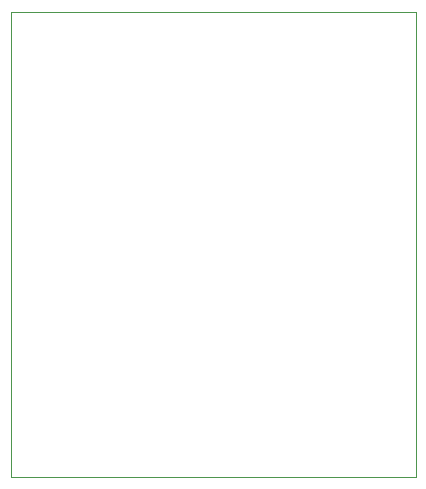
<source format=gbr>
%TF.GenerationSoftware,KiCad,Pcbnew,(6.0.11-0)*%
%TF.CreationDate,2023-01-30T19:10:04-05:00*%
%TF.ProjectId,Nano-Breakout,4e616e6f-2d42-4726-9561-6b6f75742e6b,1.0.0*%
%TF.SameCoordinates,Original*%
%TF.FileFunction,Profile,NP*%
%FSLAX46Y46*%
G04 Gerber Fmt 4.6, Leading zero omitted, Abs format (unit mm)*
G04 Created by KiCad (PCBNEW (6.0.11-0)) date 2023-01-30 19:10:04*
%MOMM*%
%LPD*%
G01*
G04 APERTURE LIST*
%TA.AperFunction,Profile*%
%ADD10C,0.100000*%
%TD*%
G04 APERTURE END LIST*
D10*
X131445000Y-70485000D02*
X165735000Y-70485000D01*
X165735000Y-70485000D02*
X165735000Y-109855000D01*
X165735000Y-109855000D02*
X131445000Y-109855000D01*
X131445000Y-109855000D02*
X131445000Y-70485000D01*
M02*

</source>
